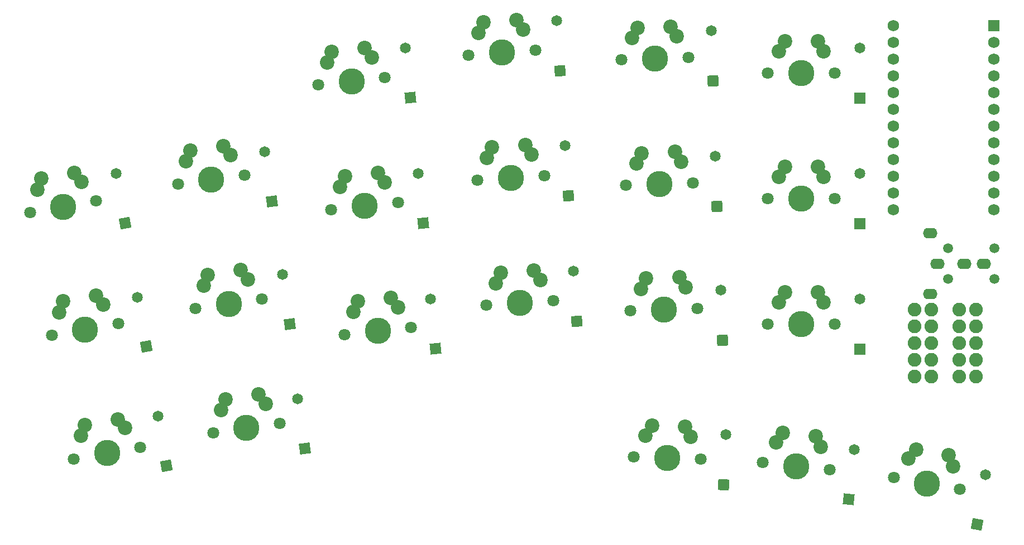
<source format=gbs>
%TF.GenerationSoftware,KiCad,Pcbnew,(6.0.0-0)*%
%TF.CreationDate,2022-01-29T19:54:47+07:00*%
%TF.ProjectId,kibod-01-mirrored,6b69626f-642d-4303-912d-6d6972726f72,rev?*%
%TF.SameCoordinates,Original*%
%TF.FileFunction,Soldermask,Bot*%
%TF.FilePolarity,Negative*%
%FSLAX46Y46*%
G04 Gerber Fmt 4.6, Leading zero omitted, Abs format (unit mm)*
G04 Created by KiCad (PCBNEW (6.0.0-0)) date 2022-01-29 19:54:47*
%MOMM*%
%LPD*%
G01*
G04 APERTURE LIST*
G04 Aperture macros list*
%AMRotRect*
0 Rectangle, with rotation*
0 The origin of the aperture is its center*
0 $1 length*
0 $2 width*
0 $3 Rotation angle, in degrees counterclockwise*
0 Add horizontal line*
21,1,$1,$2,0,0,$3*%
G04 Aperture macros list end*
%ADD10RotRect,1.651000X1.651000X10.000000*%
%ADD11C,1.651000*%
%ADD12RotRect,1.651000X1.651000X8.000000*%
%ADD13RotRect,1.651000X1.651000X6.000000*%
%ADD14RotRect,1.651000X1.651000X4.000000*%
%ADD15RotRect,1.651000X1.651000X2.000000*%
%ADD16R,1.651000X1.651000*%
%ADD17RotRect,1.651000X1.651000X358.000000*%
%ADD18RotRect,1.651000X1.651000X354.000000*%
%ADD19RotRect,1.651000X1.651000X350.000000*%
%ADD20C,1.800000*%
%ADD21C,3.987800*%
%ADD22C,2.200000*%
%ADD23C,2.082800*%
%ADD24C,1.500000*%
%ADD25O,2.200000X1.600000*%
%ADD26R,1.752600X1.752600*%
%ADD27C,1.752600*%
G04 APERTURE END LIST*
D10*
%TO.C,D-0-0*%
X34291111Y-52388457D03*
D11*
X32967911Y-44884221D03*
%TD*%
D12*
%TO.C,D-0-1*%
X56559761Y-49061067D03*
D11*
X55499261Y-41515225D03*
%TD*%
D13*
%TO.C,D-0-2*%
X77557764Y-33375467D03*
D11*
X76761258Y-25797211D03*
%TD*%
D14*
%TO.C,D-0-3*%
X100285283Y-29251659D03*
D11*
X99753739Y-21650221D03*
%TD*%
D15*
%TO.C,D-0-4*%
X123462478Y-30800167D03*
D11*
X123196544Y-23184809D03*
%TD*%
D16*
%TO.C,D-0-5*%
X145739511Y-33396339D03*
D11*
X145739511Y-25776339D03*
%TD*%
D10*
%TO.C,D-1-0*%
X37491111Y-71136787D03*
D11*
X36167911Y-63632551D03*
%TD*%
D12*
%TO.C,D-1-1*%
X59259761Y-67748925D03*
D11*
X58199261Y-60203083D03*
%TD*%
D13*
%TO.C,D-1-2*%
X79527764Y-52425467D03*
D11*
X78731258Y-44847211D03*
%TD*%
D14*
%TO.C,D-1-3*%
X101555283Y-48255254D03*
D11*
X101023739Y-40653816D03*
%TD*%
D15*
%TO.C,D-1-4*%
X124062478Y-49838563D03*
D11*
X123796544Y-42223205D03*
%TD*%
D16*
%TO.C,D-1-5*%
X145739511Y-52446339D03*
D11*
X145739511Y-44826339D03*
%TD*%
D10*
%TO.C,D-2-0*%
X40591111Y-89218457D03*
D11*
X39267911Y-81714221D03*
%TD*%
D12*
%TO.C,D-2-1*%
X61559761Y-86613532D03*
D11*
X60499261Y-79067690D03*
%TD*%
D13*
%TO.C,D-2-2*%
X81367764Y-71475467D03*
D11*
X80571258Y-63897211D03*
%TD*%
D14*
%TO.C,D-2-3*%
X102825283Y-67258849D03*
D11*
X102293739Y-59657411D03*
%TD*%
D15*
%TO.C,D-2-4*%
X124862478Y-70146184D03*
D11*
X124596544Y-62530826D03*
%TD*%
D16*
%TO.C,D-2-5*%
X145739511Y-71496339D03*
D11*
X145739511Y-63876339D03*
%TD*%
D17*
%TO.C,D-3-3*%
X125096544Y-92079952D03*
D11*
X125362478Y-84464594D03*
%TD*%
D18*
%TO.C,D-3-4*%
X144031258Y-94335467D03*
D11*
X144827764Y-86757211D03*
%TD*%
D19*
%TO.C,D-3-5*%
X163467911Y-98108457D03*
D11*
X164791111Y-90604221D03*
%TD*%
D20*
%TO.C,K-0-0*%
X19927981Y-50788472D03*
D21*
X24930804Y-49906339D03*
D20*
X29933627Y-49024206D03*
D22*
X21617314Y-45626703D03*
X21009704Y-47277290D03*
X27716245Y-46094746D03*
X26580745Y-44751516D03*
%TD*%
D20*
%TO.C,K-0-1*%
X52405006Y-45070511D03*
X42343882Y-46484509D03*
D21*
X47374444Y-45777510D03*
D22*
X43547485Y-43013218D03*
X44212329Y-41384842D03*
X49203280Y-40683410D03*
X50291211Y-42065449D03*
%TD*%
D20*
%TO.C,K-0-2*%
X63582860Y-31395719D03*
D21*
X68635031Y-30864714D03*
D20*
X73687202Y-30333709D03*
D22*
X64906876Y-27968547D03*
X65628144Y-26364366D03*
X71679570Y-27256708D03*
X70640535Y-25837542D03*
%TD*%
D21*
%TO.C,K-0-3*%
X91474509Y-26517791D03*
D20*
X86406884Y-26872154D03*
X96542134Y-26163428D03*
D22*
X88626514Y-21915246D03*
X87849700Y-23493277D03*
X94643111Y-23018236D03*
X93654237Y-21563673D03*
%TD*%
D20*
%TO.C,K-0-4*%
X119749946Y-27256347D03*
X109596136Y-27610925D03*
D21*
X114673041Y-27433636D03*
D22*
X111155994Y-24284461D03*
X111987408Y-22734501D03*
X117024337Y-22558607D03*
X117961845Y-24046795D03*
%TD*%
D20*
%TO.C,K-0-5*%
X141929511Y-29586339D03*
D21*
X136849511Y-29586339D03*
D20*
X131769511Y-29586339D03*
D22*
X133444511Y-26316339D03*
X134329511Y-24796339D03*
X140254511Y-26316339D03*
X139369511Y-24796339D03*
%TD*%
D20*
%TO.C,K-1-0*%
X33241624Y-67673437D03*
D21*
X28238801Y-68555570D03*
D20*
X23235978Y-69437703D03*
D22*
X24925311Y-64275934D03*
X24317701Y-65926521D03*
X29888742Y-63400747D03*
X31024242Y-64743977D03*
%TD*%
D20*
%TO.C,K-1-1*%
X55056251Y-63935117D03*
D21*
X50025689Y-64642116D03*
D20*
X44995127Y-65349115D03*
D22*
X46198730Y-61877824D03*
X46863574Y-60249448D03*
X51854525Y-59548016D03*
X52942456Y-60930055D03*
%TD*%
D20*
%TO.C,K-1-2*%
X75678467Y-49279352D03*
D21*
X70626296Y-49810357D03*
D20*
X65574125Y-50341362D03*
D22*
X67619409Y-45310009D03*
X66898141Y-46914190D03*
X72631800Y-44783185D03*
X73670835Y-46202351D03*
%TD*%
D20*
%TO.C,K-1-3*%
X87735744Y-45875748D03*
X97870994Y-45167022D03*
D21*
X92803369Y-45521385D03*
D22*
X89955374Y-40918840D03*
X89178560Y-42496871D03*
X94983097Y-40567267D03*
X95971971Y-42021830D03*
%TD*%
D20*
%TO.C,K-1-4*%
X110260971Y-46649320D03*
X120414781Y-46294742D03*
D21*
X115337876Y-46472031D03*
D22*
X111820829Y-43322856D03*
X112652243Y-41772896D03*
X117689172Y-41597002D03*
X118626680Y-43085190D03*
%TD*%
D20*
%TO.C,K-1-5*%
X141929511Y-48636339D03*
X131769511Y-48636339D03*
D21*
X136849511Y-48636339D03*
D22*
X134329511Y-43846339D03*
X133444511Y-45366339D03*
X139369511Y-43846339D03*
X140254511Y-45366339D03*
%TD*%
D20*
%TO.C,K-2-0*%
X26543976Y-88198291D03*
X36549622Y-86434025D03*
D21*
X31546799Y-87316158D03*
D22*
X28233309Y-83036522D03*
X27625699Y-84687109D03*
X34332240Y-83504565D03*
X33196740Y-82161335D03*
%TD*%
D20*
%TO.C,K-2-1*%
X57707501Y-82799724D03*
X47646377Y-84213722D03*
D21*
X52676939Y-83506723D03*
D22*
X49514824Y-79114055D03*
X48849980Y-80742431D03*
X54505775Y-78412623D03*
X55593706Y-79794662D03*
%TD*%
D20*
%TO.C,K-2-2*%
X67565393Y-69287002D03*
D21*
X72617564Y-68755997D03*
D20*
X77669735Y-68224992D03*
D22*
X68889409Y-65859830D03*
X69610677Y-64255649D03*
X75662103Y-65147991D03*
X74623068Y-63728825D03*
%TD*%
D20*
%TO.C,K-2-3*%
X89064605Y-64879344D03*
D21*
X94132230Y-64524981D03*
D20*
X99199855Y-64170618D03*
D22*
X90507421Y-61500467D03*
X91284235Y-59922436D03*
X96311958Y-59570863D03*
X97300832Y-61025426D03*
%TD*%
D20*
%TO.C,K-2-4*%
X121079616Y-65333137D03*
X110925806Y-65687715D03*
D21*
X116002711Y-65510426D03*
D22*
X112485664Y-62361251D03*
X113317078Y-60811291D03*
X118354007Y-60635397D03*
X119291515Y-62123585D03*
%TD*%
D20*
%TO.C,K-2-5*%
X131769511Y-67686339D03*
X141929511Y-67686339D03*
D21*
X136849511Y-67686339D03*
D22*
X133444511Y-64416339D03*
X134329511Y-62896339D03*
X140254511Y-64416339D03*
X139369511Y-62896339D03*
%TD*%
D20*
%TO.C,K-3-3*%
X111453379Y-87829050D03*
X121607189Y-88183628D03*
D21*
X116530284Y-88006339D03*
D22*
X114178988Y-83131310D03*
X113241480Y-84619498D03*
X120047331Y-84857164D03*
X119215917Y-83307204D03*
%TD*%
D21*
%TO.C,K-3-4*%
X136056794Y-89276339D03*
D20*
X141108965Y-89807344D03*
X131004623Y-88745334D03*
D22*
X134051290Y-84249167D03*
X133012255Y-85668333D03*
X139784949Y-86380172D03*
X139063681Y-84775991D03*
%TD*%
D20*
%TO.C,K-3-5*%
X150896688Y-91021609D03*
D21*
X155899511Y-91903742D03*
D20*
X160902334Y-92785875D03*
D22*
X153114070Y-88092149D03*
X154249570Y-86748919D03*
X159213001Y-87624106D03*
X159820611Y-89274693D03*
%TD*%
D23*
%TO.C,J1*%
X154019911Y-65488570D03*
X156559911Y-65488570D03*
X154019911Y-68028570D03*
X156559911Y-68028570D03*
X154019911Y-70568570D03*
X156559911Y-70568570D03*
X154019911Y-73108570D03*
X156559911Y-73108570D03*
X154019911Y-75648570D03*
X156559911Y-75648570D03*
%TD*%
D24*
%TO.C,U2*%
X159125111Y-60842339D03*
X159125111Y-56242339D03*
X166125111Y-56242339D03*
X166125111Y-60842339D03*
D25*
X156425111Y-53942339D03*
X156425111Y-63142339D03*
X157525111Y-58542339D03*
X161525111Y-58542339D03*
X164525111Y-58542339D03*
%TD*%
D26*
%TO.C,U1*%
X166059511Y-22386339D03*
D27*
X166059511Y-24926339D03*
X166059511Y-27466339D03*
X166059511Y-30006339D03*
X166059511Y-32546339D03*
X166059511Y-35086339D03*
X166059511Y-37626339D03*
X166059511Y-40166339D03*
X166059511Y-42706339D03*
X166059511Y-45246339D03*
X166059511Y-47786339D03*
X166059511Y-50326339D03*
X150819511Y-50326339D03*
X150819511Y-47786339D03*
X150819511Y-45246339D03*
X150819511Y-42706339D03*
X150819511Y-40166339D03*
X150819511Y-37626339D03*
X150819511Y-35086339D03*
X150819511Y-32546339D03*
X150819511Y-30006339D03*
X150819511Y-27466339D03*
X150819511Y-24926339D03*
X150819511Y-22386339D03*
%TD*%
D23*
%TO.C,J2*%
X163316311Y-65488570D03*
X160776311Y-65488570D03*
X163316311Y-68028570D03*
X160776311Y-68028570D03*
X163316311Y-70568570D03*
X160776311Y-70568570D03*
X163316311Y-73108570D03*
X160776311Y-73108570D03*
X163316311Y-75648570D03*
X160776311Y-75648570D03*
%TD*%
M02*

</source>
